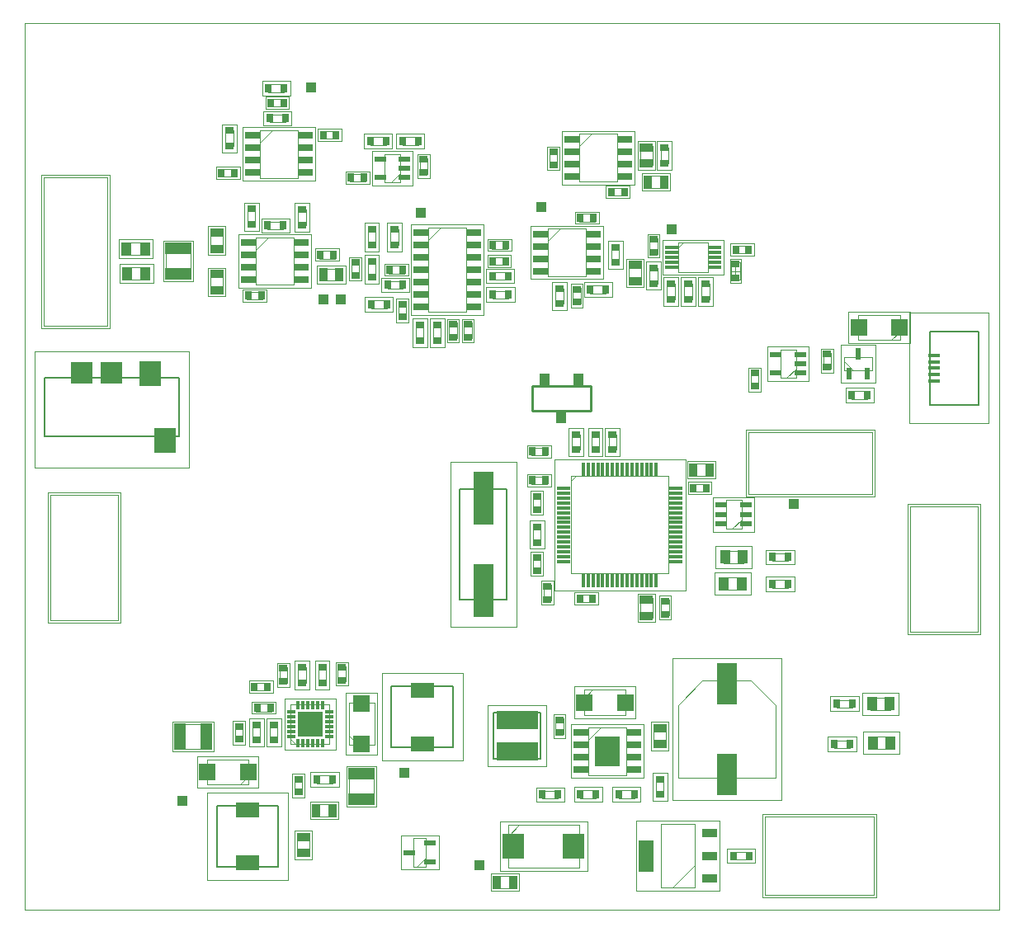
<source format=gtp>
G04*
G04 #@! TF.GenerationSoftware,Altium Limited,Altium Designer,20.0.10 (225)*
G04*
G04 Layer_Color=8421504*
%FSLAX25Y25*%
%MOIN*%
G70*
G01*
G75*
%ADD10C,0.00787*%
%ADD12C,0.01000*%
%ADD13C,0.00394*%
%ADD14C,0.00197*%
%ADD15R,0.04724X0.01575*%
%ADD16R,0.03937X0.03937*%
%ADD17R,0.16535X0.07795*%
%ADD18R,0.04528X0.02362*%
%ADD19R,0.04724X0.02362*%
%ADD20R,0.02362X0.05118*%
%ADD21R,0.05906X0.03543*%
%ADD22R,0.05906X0.12598*%
%ADD23R,0.05512X0.01181*%
%ADD24R,0.06016X0.02559*%
%ADD25R,0.06004X0.02559*%
%ADD26R,0.10236X0.12205*%
%ADD27R,0.07165X0.06575*%
%ADD28R,0.08661X0.09843*%
%ADD29R,0.08661X0.09055*%
%ADD30R,0.04134X0.05512*%
%ADD31R,0.03150X0.03740*%
%ADD32R,0.01181X0.05807*%
%ADD33R,0.05807X0.01181*%
%ADD34R,0.10039X0.10039*%
%ADD35R,0.03347X0.01181*%
%ADD36R,0.01181X0.03347*%
%ADD37R,0.03937X0.05512*%
%ADD38R,0.03543X0.03150*%
%ADD39R,0.07874X0.21654*%
%ADD40R,0.09055X0.09843*%
%ADD41R,0.04803X0.10709*%
%ADD42R,0.10709X0.04724*%
%ADD43R,0.03819X0.05787*%
%ADD44R,0.03150X0.03701*%
%ADD45R,0.08268X0.16929*%
%ADD46R,0.03937X0.05118*%
%ADD47R,0.09449X0.05906*%
%ADD48R,0.05787X0.03819*%
%ADD49R,0.03701X0.03150*%
%ADD50R,0.10709X0.04803*%
%ADD51R,0.06575X0.07165*%
%ADD52R,0.03740X0.03150*%
%ADD53R,0.05118X0.02362*%
%ADD54R,0.03937X0.03937*%
D10*
X365748Y203937D02*
X385433D01*
X365748D02*
Y233465D01*
X385433D01*
Y203937D02*
Y233465D01*
X189370Y79626D02*
X208268D01*
Y60728D02*
Y79626D01*
X189370Y60728D02*
X208268D01*
X189370D02*
Y79626D01*
X8039Y214835D02*
X62370D01*
Y191213D02*
Y214835D01*
X8039Y191213D02*
X62370D01*
X8039D02*
Y214835D01*
X194650Y125055D02*
Y169937D01*
X175752Y125055D02*
X194650D01*
X175752D02*
Y169937D01*
X194650D01*
X172898Y65354D02*
Y90158D01*
X148094Y65354D02*
X172898D01*
X148094D02*
Y90158D01*
X172898D01*
X77598Y17098D02*
Y41902D01*
X102402D01*
Y17098D02*
Y41902D01*
X77598Y17098D02*
X102402D01*
D12*
X228508Y201630D02*
Y211472D01*
X204886D02*
X228508D01*
X204886Y201630D02*
Y211472D01*
Y201630D02*
X228508D01*
D13*
X0Y0D02*
Y358268D01*
X393701D01*
Y0D02*
Y358268D01*
X0Y0D02*
X393701D01*
X0D02*
X393701D01*
X283122Y153890D02*
X289516D01*
X283122D02*
Y165402D01*
X289516D01*
Y153890D02*
Y165402D01*
X285776Y153890D02*
X289516Y157630D01*
X307776Y214764D02*
X311516Y218504D01*
Y214764D02*
Y226181D01*
X305217D02*
X311516D01*
X305217Y214764D02*
Y226181D01*
Y214764D02*
X311516D01*
X330866Y221654D02*
X334606Y217913D01*
X330866D02*
X342362D01*
Y223031D01*
X330866D02*
X342362D01*
X330866Y217913D02*
Y223031D01*
X256890Y8858D02*
X270669D01*
X256890D02*
Y34449D01*
X270669D01*
Y8858D02*
Y34449D01*
X261614Y8858D02*
X270669Y17913D01*
X264094Y269406D02*
X275905D01*
Y257594D02*
Y269406D01*
X264094Y257594D02*
X275905D01*
X264094D02*
Y269406D01*
Y267437D02*
X266063Y269406D01*
X223807Y308461D02*
X228807Y313461D01*
X223807Y294153D02*
Y313461D01*
Y294153D02*
X239146D01*
Y313461D01*
X223807D02*
X239146D01*
X162823Y275528D02*
X178177D01*
Y241472D02*
Y275528D01*
X162823Y241472D02*
X178177D01*
X162823D02*
Y275528D01*
Y270528D02*
X167823Y275528D01*
X227559Y73622D02*
X242913D01*
Y54331D02*
Y73622D01*
X227559Y54331D02*
X242913D01*
X227559D02*
Y73622D01*
Y68622D02*
X232559Y73622D01*
X349913Y230020D02*
X353496Y233602D01*
Y230020D02*
Y240256D01*
X336661D02*
X353496D01*
X336661Y230020D02*
Y240256D01*
Y230020D02*
X353496D01*
X7717Y295744D02*
X33307D01*
Y235862D02*
Y295744D01*
X7717Y235862D02*
X33307D01*
X7717D02*
Y295744D01*
X385039Y112205D02*
Y162874D01*
X357638Y112205D02*
X385039D01*
X357638D02*
Y162874D01*
X385039D01*
X298819Y5906D02*
Y37402D01*
X342913D01*
Y5906D02*
Y37402D01*
X298819Y5906D02*
X342913D01*
X292421Y167913D02*
Y192717D01*
X342224D01*
Y167913D02*
Y192717D01*
X292421Y167913D02*
X342224D01*
X41063Y259461D02*
X48937D01*
Y254539D02*
Y259461D01*
X41063Y254539D02*
X48937D01*
X41063D02*
Y259461D01*
X327953Y81496D02*
Y84646D01*
Y81496D02*
X334252D01*
Y84646D01*
X327953D02*
X334252D01*
X220634Y173087D02*
X222602Y175055D01*
X220634Y135685D02*
Y175055D01*
Y135685D02*
X260004D01*
Y175055D01*
X220634D02*
X260004D01*
X107346Y68898D02*
X109315Y66929D01*
X107346D02*
X123094D01*
Y82677D01*
X107346D02*
X123094D01*
X107346Y66929D02*
Y82677D01*
X347965Y80610D02*
X349606Y82252D01*
Y80610D02*
Y85532D01*
X341732D02*
X349606D01*
X341732Y80610D02*
Y85532D01*
Y80610D02*
X349606D01*
X288976Y254528D02*
Y261417D01*
X285236Y254528D02*
Y261417D01*
X288976D01*
X285236Y254528D02*
X288976D01*
X195130Y34063D02*
X223870D01*
Y16937D02*
Y34063D01*
X195130Y16937D02*
X223870D01*
X195130D02*
Y34063D01*
Y29535D02*
X199657Y34063D01*
X61614Y64961D02*
Y74803D01*
Y64961D02*
X74213D01*
Y74803D01*
X61614D02*
X74213D01*
X57087Y255728D02*
X66929D01*
Y268327D01*
X57087D02*
X66929D01*
X57087Y255728D02*
Y268327D01*
X269291Y175197D02*
X277165D01*
X269291D02*
Y180118D01*
X277165D01*
Y175197D02*
Y180118D01*
X131220Y294094D02*
Y297244D01*
Y294094D02*
X137520D01*
Y297244D01*
X131220D02*
X137520D01*
X263815Y53122D02*
X303185D01*
X263815D02*
Y82650D01*
X273657Y92492D01*
X293342D01*
X303185Y82650D01*
Y53122D02*
Y82650D01*
X94846Y309945D02*
X99847Y314945D01*
X94846Y295638D02*
Y314945D01*
Y295638D02*
X110185D01*
Y314945D01*
X94846D02*
X110185D01*
X93331Y266653D02*
X98331Y271654D01*
X93331Y252346D02*
Y271654D01*
Y252346D02*
X108669D01*
Y271654D01*
X93331D02*
X108669D01*
X145350Y293791D02*
X151650D01*
X145350D02*
Y305209D01*
X151650D01*
Y293791D02*
Y305209D01*
X147909Y293791D02*
X151650Y297532D01*
X211331Y270153D02*
X216331Y275153D01*
X211331Y255847D02*
Y275153D01*
Y255847D02*
X226669D01*
Y275153D01*
X211331D02*
X226669D01*
X98819Y324410D02*
Y327559D01*
Y324410D02*
X105118D01*
Y327559D01*
X98819D02*
X105118D01*
X75039Y266331D02*
Y274205D01*
X79961D01*
Y266331D02*
Y274205D01*
X75039Y266331D02*
X79961D01*
X75039Y249563D02*
Y257437D01*
X79961D01*
Y249563D02*
Y257437D01*
X75039Y249563D02*
X79961D01*
X125197Y262992D02*
Y266142D01*
X118898D02*
X125197D01*
X118898Y262992D02*
Y266142D01*
Y262992D02*
X125197D01*
X96063Y246457D02*
Y249606D01*
X89764D02*
X96063D01*
X89764Y246457D02*
Y249606D01*
Y246457D02*
X96063D01*
X126260Y311417D02*
Y314567D01*
X119961D02*
X126260D01*
X119961Y311417D02*
Y314567D01*
Y311417D02*
X126260D01*
X119831Y254039D02*
X127705D01*
X119831D02*
Y258961D01*
X127705D01*
Y254039D02*
Y258961D01*
X78858Y296063D02*
Y299213D01*
Y296063D02*
X85158D01*
Y299213D01*
X78858D02*
X85158D01*
X131925Y262012D02*
X135075D01*
X131925Y255713D02*
Y262012D01*
Y255713D02*
X135075D01*
Y262012D01*
X159449Y297244D02*
X162598D01*
Y303543D01*
X159449D02*
X162598D01*
X159449Y297244D02*
Y303543D01*
X150925Y238850D02*
X154075D01*
Y245150D01*
X150925D02*
X154075D01*
X150925Y238850D02*
Y245150D01*
X177425Y230713D02*
X180575D01*
Y237012D01*
X177425D02*
X180575D01*
X177425Y230713D02*
Y237012D01*
X171425Y230713D02*
X174575D01*
Y237012D01*
X171425D02*
X174575D01*
X171425Y230713D02*
Y237012D01*
X146850Y256925D02*
Y260075D01*
Y256925D02*
X153150D01*
Y260075D01*
X146850D02*
X153150D01*
X223850Y277925D02*
Y281075D01*
Y277925D02*
X230150D01*
Y281075D01*
X223850D02*
X230150D01*
X194882Y266929D02*
Y270079D01*
X188583D02*
X194882D01*
X188583Y266929D02*
Y270079D01*
Y266929D02*
X194882D01*
X194787Y260425D02*
Y263575D01*
X188488D02*
X194787D01*
X188488Y260425D02*
Y263575D01*
Y260425D02*
X194787D01*
X221425Y251150D02*
X224575D01*
X221425Y244850D02*
Y251150D01*
Y244850D02*
X224575D01*
Y251150D01*
X211925Y300350D02*
X215075D01*
Y306650D01*
X211925D02*
X215075D01*
X211925Y300350D02*
Y306650D01*
X236350Y288425D02*
Y291575D01*
Y288425D02*
X242650D01*
Y291575D01*
X236350D02*
X242650D01*
X253543Y300689D02*
Y308563D01*
X248622Y300689D02*
X253543D01*
X248622D02*
Y308563D01*
X253543D01*
X252425Y271287D02*
X255575D01*
X252425Y264988D02*
Y271287D01*
Y264988D02*
X255575D01*
Y271287D01*
X292913Y265059D02*
Y268209D01*
X286614D02*
X292913D01*
X286614Y265059D02*
Y268209D01*
Y265059D02*
X292913D01*
X251004Y296358D02*
X258878D01*
Y291437D02*
Y296358D01*
X251004Y291437D02*
X258878D01*
X251004D02*
Y296358D01*
X248961Y253295D02*
Y261169D01*
X244039Y253295D02*
X248961D01*
X244039D02*
Y261169D01*
X248961D01*
X205279Y167378D02*
X208429D01*
X205279Y161079D02*
Y167378D01*
Y161079D02*
X208429D01*
Y167378D01*
X205279Y142772D02*
X208429D01*
X205279Y136472D02*
Y142772D01*
Y136472D02*
X208429D01*
Y142772D01*
X248622Y117835D02*
Y125709D01*
X253543D01*
Y117835D02*
Y125709D01*
X248622Y117835D02*
X253543D01*
X117063Y42461D02*
X124937D01*
Y37539D02*
Y42461D01*
X117063Y37539D02*
X124937D01*
X117063D02*
Y42461D01*
X108925Y46850D02*
X112075D01*
Y53150D01*
X108925D02*
X112075D01*
X108925Y46850D02*
Y53150D01*
X114961Y22063D02*
Y29937D01*
X110039Y22063D02*
X114961D01*
X110039D02*
Y29937D01*
X114961D01*
X258961Y66063D02*
Y73937D01*
X254039Y66063D02*
X258961D01*
X254039D02*
Y73937D01*
X258961D01*
X93350Y79925D02*
Y83075D01*
Y79925D02*
X99650D01*
Y83075D01*
X93350D02*
X99650D01*
X126441Y92008D02*
X129591D01*
Y98307D01*
X126441D02*
X129591D01*
X126441Y92008D02*
Y98307D01*
X214425Y70850D02*
X217575D01*
Y77150D01*
X214425D02*
X217575D01*
X214425Y70850D02*
Y77150D01*
X102819Y97953D02*
X105968D01*
X102819Y91654D02*
Y97953D01*
Y91654D02*
X105968D01*
Y97953D01*
X84925Y74512D02*
X88075D01*
X84925Y68213D02*
Y74512D01*
Y68213D02*
X88075D01*
Y74512D01*
X92213Y88425D02*
Y91575D01*
Y88425D02*
X98512D01*
Y91575D01*
X92213D02*
X98512D01*
X131079Y43386D02*
X140921D01*
Y55984D01*
X131079D02*
X140921D01*
X131079Y43386D02*
Y55984D01*
X190063Y13461D02*
X197937D01*
Y8539D02*
Y13461D01*
X190063Y8539D02*
X197937D01*
X190063D02*
Y13461D01*
X322539Y218602D02*
X325689D01*
Y224902D01*
X322539D02*
X325689D01*
X322539Y218602D02*
Y224902D01*
X210827Y171850D02*
Y175000D01*
X204528D02*
X210827D01*
X204528Y171850D02*
Y175000D01*
Y171850D02*
X210827D01*
X256988Y118799D02*
X260138D01*
Y125098D01*
X256988D02*
X260138D01*
X256988Y118799D02*
Y125098D01*
X293209Y210925D02*
X296358D01*
Y217224D01*
X293209D02*
X296358D01*
X293209Y210925D02*
Y217224D01*
X275787Y168701D02*
Y171850D01*
X269488D02*
X275787D01*
X269488Y168701D02*
Y171850D01*
Y168701D02*
X275787D01*
X223642Y124016D02*
Y127165D01*
Y124016D02*
X229941D01*
Y127165D01*
X223642D02*
X229941D01*
X209449Y124803D02*
X212598D01*
Y131102D01*
X209449D02*
X212598D01*
X209449Y124803D02*
Y131102D01*
X204528Y183465D02*
Y186614D01*
Y183465D02*
X210827D01*
Y186614D01*
X204528D02*
X210827D01*
X282051Y134012D02*
X289925D01*
Y129091D02*
Y134012D01*
X282051Y129091D02*
X289925D01*
X282051D02*
Y134012D01*
Y132370D02*
X283693Y134012D01*
X282445Y144839D02*
X290319D01*
Y139917D02*
Y144839D01*
X282445Y139917D02*
X290319D01*
X282445D02*
Y144839D01*
Y143197D02*
X284087Y144839D01*
X86835Y50382D02*
X90417Y53965D01*
Y50382D02*
Y60618D01*
X73583D02*
X90417D01*
X73583Y50382D02*
Y60618D01*
Y50382D02*
X90417D01*
X130882Y70165D02*
X134465Y66583D01*
X130882D02*
X141118D01*
Y83417D01*
X130882D02*
X141118D01*
X130882Y66583D02*
Y83417D01*
X225835Y85197D02*
X229417Y88779D01*
X225835Y78543D02*
Y88779D01*
Y78543D02*
X242669D01*
Y88779D01*
X225835D02*
X242669D01*
X342126Y64862D02*
X350000D01*
X342126D02*
Y69784D01*
X350000D01*
Y64862D02*
Y69784D01*
X348358Y64862D02*
X350000Y66504D01*
X286221Y23228D02*
X292520D01*
Y20079D02*
Y23228D01*
X286221Y20079D02*
X292520D01*
X286221D02*
Y23228D01*
X334055Y209350D02*
X340354D01*
Y206201D02*
Y209350D01*
X334055Y206201D02*
X340354D01*
X334055D02*
Y209350D01*
X252425Y253000D02*
Y259299D01*
X255575D01*
Y253000D02*
Y259299D01*
X252425Y253000D02*
X255575D01*
X158319Y17252D02*
X162059Y20992D01*
Y17252D02*
Y28748D01*
X156941D02*
X162059D01*
X156941Y17252D02*
Y28748D01*
Y17252D02*
X162059D01*
X98425Y333465D02*
X104724D01*
Y330315D02*
Y333465D01*
X98425Y330315D02*
X104724D01*
X98425D02*
Y333465D01*
X98819Y318110D02*
X105118D01*
X98819D02*
Y321260D01*
X105118D01*
Y318110D02*
Y321260D01*
X40803Y269461D02*
X48677D01*
Y264539D02*
Y269461D01*
X40803Y264539D02*
X48677D01*
X40803D02*
Y269461D01*
X84252Y308421D02*
Y314721D01*
X81102Y308421D02*
X84252D01*
X81102D02*
Y314721D01*
X84252D01*
X110425Y276500D02*
Y282799D01*
X113575D01*
Y276500D02*
Y282799D01*
X110425Y276500D02*
X113575D01*
X98032Y274803D02*
X104331D01*
X98032D02*
Y277953D01*
X104331D01*
Y274803D02*
Y277953D01*
X89961Y276732D02*
Y283032D01*
X93110D01*
Y276732D02*
Y283032D01*
X89961Y276732D02*
X93110D01*
X141732Y255512D02*
Y261811D01*
X138583Y255512D02*
X141732D01*
X138583D02*
Y261811D01*
X141732D01*
Y268504D02*
Y274803D01*
X138583Y268504D02*
X141732D01*
X138583D02*
Y274803D01*
X141732D01*
X152500Y308925D02*
X158799D01*
X152500D02*
Y312075D01*
X158799D01*
Y308925D02*
Y312075D01*
X139500Y308925D02*
X145799D01*
X139500D02*
Y312075D01*
X145799D01*
Y308925D02*
Y312075D01*
X147638Y268504D02*
Y274803D01*
X150787D01*
Y268504D02*
Y274803D01*
X147638Y268504D02*
X150787D01*
X146457Y253937D02*
X152756D01*
Y250787D02*
Y253937D01*
X146457Y250787D02*
X152756D01*
X146457D02*
Y253937D01*
X139850Y242925D02*
X146150D01*
X139850D02*
Y246075D01*
X146150D01*
Y242925D02*
Y246075D01*
X161075Y229850D02*
Y236150D01*
X157925Y229850D02*
X161075D01*
X157925D02*
Y236150D01*
X161075D01*
X164925Y229850D02*
Y236150D01*
X168075D01*
Y229850D02*
Y236150D01*
X164925Y229850D02*
X168075D01*
X188976Y250000D02*
X195276D01*
Y246850D02*
Y250000D01*
X188976Y246850D02*
X195276D01*
X188976D02*
Y250000D01*
X188850Y254425D02*
X195150D01*
X188850D02*
Y257575D01*
X195150D01*
Y254425D02*
Y257575D01*
X217575Y244701D02*
Y251000D01*
X214425Y244701D02*
X217575D01*
X214425D02*
Y251000D01*
X217575D01*
X228350Y248925D02*
X234650D01*
X228350D02*
Y252075D01*
X234650D01*
Y248925D02*
Y252075D01*
X259941Y301476D02*
Y307776D01*
X256791Y301476D02*
X259941D01*
X256791D02*
Y307776D01*
X259941D01*
X236925Y261350D02*
Y267650D01*
X240075D01*
Y261350D02*
Y267650D01*
X236925Y261350D02*
X240075D01*
X262575Y246500D02*
Y252799D01*
X259425Y246500D02*
X262575D01*
X259425D02*
Y252799D01*
X262575D01*
X269575Y246500D02*
Y252799D01*
X266425Y246500D02*
X269575D01*
X266425D02*
Y252799D01*
X269575D01*
X276575Y246500D02*
Y252799D01*
X273425Y246500D02*
X276575D01*
X273425D02*
Y252799D01*
X276575D01*
X301933Y129976D02*
X308232D01*
X301933D02*
Y133126D01*
X308232D01*
Y129976D02*
Y133126D01*
X301933Y140803D02*
X308232D01*
X301933D02*
Y143953D01*
X308232D01*
Y140803D02*
Y143953D01*
X205279Y148284D02*
Y154583D01*
X208429D01*
Y148284D02*
Y154583D01*
X205279Y148284D02*
X208429D01*
X228902Y185685D02*
Y191984D01*
X232051D01*
Y185685D02*
Y191984D01*
X228902Y185685D02*
X232051D01*
X235791D02*
Y191984D01*
X238941D01*
Y185685D02*
Y191984D01*
X235791Y185685D02*
X238941D01*
X221028D02*
Y191984D01*
X224177D01*
Y185685D02*
Y191984D01*
X221028Y185685D02*
X224177D01*
X118000Y50925D02*
X124299D01*
X118000D02*
Y54075D01*
X124299D01*
Y50925D02*
Y54075D01*
X254925Y46350D02*
Y52650D01*
X258075D01*
Y46350D02*
Y52650D01*
X254925Y46350D02*
X258075D01*
X239850Y48075D02*
X246150D01*
Y44925D02*
Y48075D01*
X239850Y44925D02*
X246150D01*
X239850D02*
Y48075D01*
X110425Y91500D02*
Y97799D01*
X113575D01*
Y91500D02*
Y97799D01*
X110425Y91500D02*
X113575D01*
X118567Y91535D02*
Y97835D01*
X121716D01*
Y91535D02*
Y97835D01*
X118567Y91535D02*
X121716D01*
X95075Y68350D02*
Y74650D01*
X91925Y68350D02*
X95075D01*
X91925D02*
Y74650D01*
X95075D01*
X98925Y68350D02*
Y74650D01*
X102075D01*
Y68350D02*
Y74650D01*
X98925Y68350D02*
X102075D01*
X209026Y44805D02*
X215325D01*
X209026D02*
Y47955D01*
X215325D01*
Y44805D02*
Y47955D01*
X224350Y44925D02*
X230650D01*
X224350D02*
Y48075D01*
X230650D01*
Y44925D02*
Y48075D01*
X333268Y65158D02*
Y68307D01*
X326969D02*
X333268D01*
X326969Y65158D02*
Y68307D01*
Y65158D02*
X333268D01*
X37598Y116969D02*
Y167638D01*
X10197Y116969D02*
X37598D01*
X10197D02*
Y167638D01*
X37598D01*
X357185Y196362D02*
X389370D01*
X357185D02*
Y241039D01*
X389370D01*
Y196362D02*
Y241039D01*
X187008Y82638D02*
X210630D01*
Y57717D02*
Y82638D01*
X187008Y57717D02*
X210630D01*
X187008D02*
Y82638D01*
X4102Y225465D02*
X66307D01*
Y178614D02*
Y225465D01*
X4102Y178614D02*
X66307D01*
X4102D02*
Y225465D01*
X285236Y257972D02*
X288976D01*
X287106Y256102D02*
Y259842D01*
X289272Y253248D02*
Y262697D01*
X284941Y253248D02*
Y262697D01*
X289272D01*
X284941Y253248D02*
X289272D01*
X198587Y114032D02*
Y180961D01*
X171815Y114032D02*
X198587D01*
X171815D02*
Y180961D01*
X198587D01*
X176835Y60039D02*
Y95472D01*
X144158Y60039D02*
X176835D01*
X144158D02*
Y95472D01*
X176835D01*
X73661Y11784D02*
Y47216D01*
X106339D01*
Y11784D02*
Y47216D01*
X73661Y11784D02*
X106339D01*
D14*
X277953Y152657D02*
X294685D01*
X277953D02*
Y166634D01*
X294685D01*
Y152657D02*
Y166634D01*
X316634Y213484D02*
Y227461D01*
X300098D02*
X316634D01*
X300098Y213484D02*
Y227461D01*
Y213484D02*
X316634D01*
X329646Y212795D02*
X343583D01*
Y228150D01*
X329646D02*
X343583D01*
X329646Y212795D02*
Y228150D01*
X247047Y7480D02*
X280512D01*
X247047D02*
Y35827D01*
X280512D01*
Y7480D02*
Y35827D01*
X257598Y270587D02*
X282402D01*
Y256413D02*
Y270587D01*
X257598Y256413D02*
X282402D01*
X257598D02*
Y270587D01*
X216811Y292980D02*
Y314634D01*
Y292980D02*
X246142D01*
Y314634D01*
X216811D02*
X246142D01*
X155835Y276709D02*
X185165D01*
Y240291D02*
Y276709D01*
X155835Y240291D02*
X185165D01*
X155835D02*
Y276709D01*
X220571Y74803D02*
X249902D01*
Y53150D02*
Y74803D01*
X220571Y53150D02*
X249902D01*
X220571D02*
Y74803D01*
X357520Y228740D02*
Y241535D01*
X332638D02*
X357520D01*
X332638Y228740D02*
Y241535D01*
Y228740D02*
X357520D01*
X6732Y296728D02*
X34291D01*
Y234878D02*
Y296728D01*
X6732Y234878D02*
X34291D01*
X6732D02*
Y296728D01*
X386024Y111221D02*
Y163858D01*
X356653Y111221D02*
X386024D01*
X356653D02*
Y163858D01*
X386024D01*
X297835Y4921D02*
Y38386D01*
X343898D01*
Y4921D02*
Y38386D01*
X297835Y4921D02*
X343898D01*
X291437Y166929D02*
Y193701D01*
X343209D01*
Y166929D02*
Y193701D01*
X291437Y166929D02*
X343209D01*
X38209Y260740D02*
X51791D01*
Y253260D02*
Y260740D01*
X38209Y253260D02*
X51791D01*
X38209D02*
Y260740D01*
X325394Y80118D02*
Y86024D01*
Y80118D02*
X336811D01*
Y86024D01*
X325394D02*
X336811D01*
X213843Y128894D02*
Y181846D01*
Y128894D02*
X266795D01*
Y181846D01*
X213843D02*
X266795D01*
X104886Y64468D02*
X125555D01*
Y85138D01*
X104886D02*
X125555D01*
X104886Y64468D02*
Y85138D01*
X352953Y78543D02*
Y87598D01*
X338386D02*
X352953D01*
X338386Y78543D02*
Y87598D01*
Y78543D02*
X352953D01*
X191783Y35342D02*
X227217D01*
Y15657D02*
Y35342D01*
X191783Y15657D02*
X227217D01*
X191783D02*
Y35342D01*
X59606Y63937D02*
Y75827D01*
Y63937D02*
X76221D01*
Y75827D01*
X59606D02*
X76221D01*
X56063Y253917D02*
X67953D01*
Y270138D01*
X56063D02*
X67953D01*
X56063Y253917D02*
Y270138D01*
X267461Y174153D02*
X278996D01*
X267461D02*
Y181161D01*
X278996D01*
Y174153D02*
Y181161D01*
X129567Y293228D02*
Y298110D01*
Y293228D02*
X139173D01*
Y298110D01*
X129567D02*
X139173D01*
X261453Y101547D02*
X305547D01*
X261453Y44067D02*
Y101547D01*
Y44067D02*
X305547D01*
Y101547D01*
X87850Y294465D02*
Y316118D01*
Y294465D02*
X117181D01*
Y316118D01*
X87850D02*
X117181D01*
X86335Y251173D02*
Y272827D01*
Y251173D02*
X115665D01*
Y272827D01*
X86335D02*
X115665D01*
X140232Y292512D02*
X156768D01*
X140232D02*
Y306488D01*
X156768D01*
Y292512D02*
Y306488D01*
X204335Y254673D02*
Y276327D01*
Y254673D02*
X233665D01*
Y276327D01*
X204335D02*
X233665D01*
X97165Y323543D02*
Y328425D01*
Y323543D02*
X106772D01*
Y328425D01*
X97165D02*
X106772D01*
X73996Y264500D02*
Y276035D01*
X81004D01*
Y264500D02*
Y276035D01*
X73996Y264500D02*
X81004D01*
X73996Y247732D02*
Y259268D01*
X81004D01*
Y247732D02*
Y259268D01*
X73996Y247732D02*
X81004D01*
X126850Y262126D02*
Y267008D01*
X117244D02*
X126850D01*
X117244Y262126D02*
Y267008D01*
Y262126D02*
X126850D01*
X97716Y245591D02*
Y250472D01*
X88110D02*
X97716D01*
X88110Y245591D02*
Y250472D01*
Y245591D02*
X97716D01*
X127913Y310551D02*
Y315433D01*
X118307D02*
X127913D01*
X118307Y310551D02*
Y315433D01*
Y310551D02*
X127913D01*
X118000Y252996D02*
X129535D01*
X118000D02*
Y260004D01*
X129535D01*
Y252996D02*
Y260004D01*
X77205Y295197D02*
Y300079D01*
Y295197D02*
X86811D01*
Y300079D01*
X77205D02*
X86811D01*
X131059Y263665D02*
X135941D01*
X131059Y254059D02*
Y263665D01*
Y254059D02*
X135941D01*
Y263665D01*
X158583Y295590D02*
X163465D01*
Y305197D01*
X158583D02*
X163465D01*
X158583Y295590D02*
Y305197D01*
X150059Y237197D02*
X154941D01*
Y246803D01*
X150059D02*
X154941D01*
X150059Y237197D02*
Y246803D01*
X176559Y229059D02*
X181441D01*
Y238665D01*
X176559D02*
X181441D01*
X176559Y229059D02*
Y238665D01*
X170559Y229059D02*
X175441D01*
Y238665D01*
X170559D02*
X175441D01*
X170559Y229059D02*
Y238665D01*
X145197Y256059D02*
Y260941D01*
Y256059D02*
X154803D01*
Y260941D01*
X145197D02*
X154803D01*
X222197Y277059D02*
Y281941D01*
Y277059D02*
X231803D01*
Y281941D01*
X222197D02*
X231803D01*
X196535Y266063D02*
Y270945D01*
X186929D02*
X196535D01*
X186929Y266063D02*
Y270945D01*
Y266063D02*
X196535D01*
X196441Y259559D02*
Y264441D01*
X186835D02*
X196441D01*
X186835Y259559D02*
Y264441D01*
Y259559D02*
X196441D01*
X220559Y252803D02*
X225441D01*
X220559Y243197D02*
Y252803D01*
Y243197D02*
X225441D01*
Y252803D01*
X211059Y298697D02*
X215941D01*
Y308303D01*
X211059D02*
X215941D01*
X211059Y298697D02*
Y308303D01*
X234697Y287559D02*
Y292441D01*
Y287559D02*
X244303D01*
Y292441D01*
X234697D02*
X244303D01*
X254587Y298858D02*
Y310394D01*
X247579Y298858D02*
X254587D01*
X247579D02*
Y310394D01*
X254587D01*
X251559Y272941D02*
X256441D01*
X251559Y263335D02*
Y272941D01*
Y263335D02*
X256441D01*
Y272941D01*
X294567Y264193D02*
Y269075D01*
X284961D02*
X294567D01*
X284961Y264193D02*
Y269075D01*
Y264193D02*
X294567D01*
X249173Y297402D02*
X260709D01*
Y290394D02*
Y297402D01*
X249173Y290394D02*
X260709D01*
X249173D02*
Y297402D01*
X250004Y251465D02*
Y263000D01*
X242996Y251465D02*
X250004D01*
X242996D02*
Y263000D01*
X250004D01*
X204413Y169032D02*
X209295D01*
X204413Y159425D02*
Y169032D01*
Y159425D02*
X209295D01*
Y169032D01*
X204413Y144425D02*
X209295D01*
X204413Y134819D02*
Y144425D01*
Y134819D02*
X209295D01*
Y144425D01*
X247579Y116004D02*
Y127539D01*
X254587D01*
Y116004D02*
Y127539D01*
X247579Y116004D02*
X254587D01*
X115232Y43504D02*
X126768D01*
Y36496D02*
Y43504D01*
X115232Y36496D02*
X126768D01*
X115232D02*
Y43504D01*
X108059Y45197D02*
X112941D01*
Y54803D01*
X108059D02*
X112941D01*
X108059Y45197D02*
Y54803D01*
X116004Y20232D02*
Y31768D01*
X108996Y20232D02*
X116004D01*
X108996D02*
Y31768D01*
X116004D01*
X260004Y64232D02*
Y75768D01*
X252996Y64232D02*
X260004D01*
X252996D02*
Y75768D01*
X260004D01*
X91697Y79059D02*
Y83941D01*
Y79059D02*
X101303D01*
Y83941D01*
X91697D02*
X101303D01*
X125575Y90354D02*
X130457D01*
Y99961D01*
X125575D02*
X130457D01*
X125575Y90354D02*
Y99961D01*
X213559Y69197D02*
X218441D01*
Y78803D01*
X213559D02*
X218441D01*
X213559Y69197D02*
Y78803D01*
X101953Y99606D02*
X106835D01*
X101953Y90000D02*
Y99606D01*
Y90000D02*
X106835D01*
Y99606D01*
X84059Y76165D02*
X88941D01*
X84059Y66559D02*
Y76165D01*
Y66559D02*
X88941D01*
Y76165D01*
X90559Y87559D02*
Y92441D01*
Y87559D02*
X100165D01*
Y92441D01*
X90559D02*
X100165D01*
X130055Y41378D02*
X141945D01*
Y57992D01*
X130055D02*
X141945D01*
X130055Y41378D02*
Y57992D01*
X188232Y14504D02*
X199768D01*
Y7496D02*
Y14504D01*
X188232Y7496D02*
X199768D01*
X188232D02*
Y14504D01*
X321673Y216949D02*
X326555D01*
Y226555D01*
X321673D02*
X326555D01*
X321673Y216949D02*
Y226555D01*
X212480Y170984D02*
Y175866D01*
X202874D02*
X212480D01*
X202874Y170984D02*
Y175866D01*
Y170984D02*
X212480D01*
X256122Y117146D02*
X261004D01*
Y126752D01*
X256122D02*
X261004D01*
X256122Y117146D02*
Y126752D01*
X292342Y209272D02*
X297224D01*
Y218878D01*
X292342D02*
X297224D01*
X292342Y209272D02*
Y218878D01*
X277441Y167835D02*
Y172716D01*
X267835D02*
X277441D01*
X267835Y167835D02*
Y172716D01*
Y167835D02*
X277441D01*
X221988Y123150D02*
Y128032D01*
Y123150D02*
X231594D01*
Y128032D01*
X221988D02*
X231594D01*
X208583Y123150D02*
X213465D01*
Y132756D01*
X208583D02*
X213465D01*
X208583Y123150D02*
Y132756D01*
X202874Y182598D02*
Y187480D01*
Y182598D02*
X212480D01*
Y187480D01*
X202874D02*
X212480D01*
X278705Y136079D02*
X293272D01*
Y127024D02*
Y136079D01*
X278705Y127024D02*
X293272D01*
X278705D02*
Y136079D01*
X279098Y146906D02*
X293665D01*
Y137850D02*
Y146906D01*
X279098Y137850D02*
X293665D01*
X279098D02*
Y146906D01*
X94441Y49102D02*
Y61898D01*
X69559D02*
X94441D01*
X69559Y49102D02*
Y61898D01*
Y49102D02*
X94441D01*
X129602Y62559D02*
X142398D01*
Y87441D01*
X129602D02*
X142398D01*
X129602Y62559D02*
Y87441D01*
X221811Y77264D02*
Y90059D01*
Y77264D02*
X246693D01*
Y90059D01*
X221811D02*
X246693D01*
X338779Y62795D02*
X353346D01*
X338779D02*
Y71850D01*
X353346D01*
Y62795D02*
Y71850D01*
X283661Y24606D02*
X295079D01*
Y18701D02*
Y24606D01*
X283661Y18701D02*
X295079D01*
X283661D02*
Y24606D01*
X331496Y210728D02*
X342913D01*
Y204823D02*
Y210728D01*
X331496Y204823D02*
X342913D01*
X331496D02*
Y210728D01*
X251047Y250441D02*
Y261858D01*
X256953D01*
Y250441D02*
Y261858D01*
X251047Y250441D02*
X256953D01*
X167177Y16032D02*
Y29969D01*
X151823D02*
X167177D01*
X151823Y16032D02*
Y29969D01*
Y16032D02*
X167177D01*
X95866Y334842D02*
X107283D01*
Y328937D02*
Y334842D01*
X95866Y328937D02*
X107283D01*
X95866D02*
Y334842D01*
X96260Y316732D02*
X107677D01*
X96260D02*
Y322638D01*
X107677D01*
Y316732D02*
Y322638D01*
X37949Y270740D02*
X51531D01*
Y263260D02*
Y270740D01*
X37949Y263260D02*
X51531D01*
X37949D02*
Y270740D01*
X85630Y305862D02*
Y317280D01*
X79724Y305862D02*
X85630D01*
X79724D02*
Y317280D01*
X85630D01*
X109047Y273941D02*
Y285358D01*
X114953D01*
Y273941D02*
Y285358D01*
X109047Y273941D02*
X114953D01*
X95472Y273425D02*
X106890D01*
X95472D02*
Y279331D01*
X106890D01*
Y273425D02*
Y279331D01*
X88583Y274173D02*
Y285591D01*
X94488D01*
Y274173D02*
Y285591D01*
X88583Y274173D02*
X94488D01*
X143110Y252953D02*
Y264370D01*
X137205Y252953D02*
X143110D01*
X137205D02*
Y264370D01*
X143110D01*
Y265945D02*
Y277362D01*
X137205Y265945D02*
X143110D01*
X137205D02*
Y277362D01*
X143110D01*
X149941Y307547D02*
X161358D01*
X149941D02*
Y313453D01*
X161358D01*
Y307547D02*
Y313453D01*
X136941Y307547D02*
X148358D01*
X136941D02*
Y313453D01*
X148358D01*
Y307547D02*
Y313453D01*
X146260Y265945D02*
Y277362D01*
X152165D01*
Y265945D02*
Y277362D01*
X146260Y265945D02*
X152165D01*
X143898Y255315D02*
X155315D01*
Y249409D02*
Y255315D01*
X143898Y249409D02*
X155315D01*
X143898D02*
Y255315D01*
X137291Y241547D02*
X148709D01*
X137291D02*
Y247453D01*
X148709D01*
Y241547D02*
Y247453D01*
X162453Y227291D02*
Y238709D01*
X156547Y227291D02*
X162453D01*
X156547D02*
Y238709D01*
X162453D01*
X163547Y227291D02*
Y238709D01*
X169453D01*
Y227291D02*
Y238709D01*
X163547Y227291D02*
X169453D01*
X186417Y251378D02*
X197835D01*
Y245472D02*
Y251378D01*
X186417Y245472D02*
X197835D01*
X186417D02*
Y251378D01*
X186291Y253047D02*
X197709D01*
X186291D02*
Y258953D01*
X197709D01*
Y253047D02*
Y258953D01*
X218953Y242142D02*
Y253559D01*
X213047Y242142D02*
X218953D01*
X213047D02*
Y253559D01*
X218953D01*
X225791Y247547D02*
X237209D01*
X225791D02*
Y253453D01*
X237209D01*
Y247547D02*
Y253453D01*
X261319Y298917D02*
Y310335D01*
X255413Y298917D02*
X261319D01*
X255413D02*
Y310335D01*
X261319D01*
X235547Y258791D02*
Y270209D01*
X241453D01*
Y258791D02*
Y270209D01*
X235547Y258791D02*
X241453D01*
X263953Y243941D02*
Y255358D01*
X258047Y243941D02*
X263953D01*
X258047D02*
Y255358D01*
X263953D01*
X270953Y243941D02*
Y255358D01*
X265047Y243941D02*
X270953D01*
X265047D02*
Y255358D01*
X270953D01*
X277953Y243941D02*
Y255358D01*
X272047Y243941D02*
X277953D01*
X272047D02*
Y255358D01*
X277953D01*
X299374Y128598D02*
X310791D01*
X299374D02*
Y134504D01*
X310791D01*
Y128598D02*
Y134504D01*
X299374Y139425D02*
X310791D01*
X299374D02*
Y145331D01*
X310791D01*
Y139425D02*
Y145331D01*
X203902Y145724D02*
Y157142D01*
X209807D01*
Y145724D02*
Y157142D01*
X203902Y145724D02*
X209807D01*
X227524Y183126D02*
Y194543D01*
X233429D01*
Y183126D02*
Y194543D01*
X227524Y183126D02*
X233429D01*
X234413D02*
Y194543D01*
X240319D01*
Y183126D02*
Y194543D01*
X234413Y183126D02*
X240319D01*
X219650D02*
Y194543D01*
X225555D01*
Y183126D02*
Y194543D01*
X219650Y183126D02*
X225555D01*
X115441Y49547D02*
X126858D01*
X115441D02*
Y55453D01*
X126858D01*
Y49547D02*
Y55453D01*
X253547Y43791D02*
Y55209D01*
X259453D01*
Y43791D02*
Y55209D01*
X253547Y43791D02*
X259453D01*
X237291Y49453D02*
X248709D01*
Y43547D02*
Y49453D01*
X237291Y43547D02*
X248709D01*
X237291D02*
Y49453D01*
X109047Y88941D02*
Y100358D01*
X114953D01*
Y88941D02*
Y100358D01*
X109047Y88941D02*
X114953D01*
X117189Y88976D02*
Y100394D01*
X123094D01*
Y88976D02*
Y100394D01*
X117189Y88976D02*
X123094D01*
X96453Y65791D02*
Y77209D01*
X90547Y65791D02*
X96453D01*
X90547D02*
Y77209D01*
X96453D01*
X97547Y65791D02*
Y77209D01*
X103453D01*
Y65791D02*
Y77209D01*
X97547Y65791D02*
X103453D01*
X206467Y43427D02*
X217884D01*
X206467D02*
Y49333D01*
X217884D01*
Y43427D02*
Y49333D01*
X221791Y43547D02*
X233209D01*
X221791D02*
Y49453D01*
X233209D01*
Y43547D02*
Y49453D01*
X335827Y63779D02*
Y69685D01*
X324410D02*
X335827D01*
X324410Y63779D02*
Y69685D01*
Y63779D02*
X335827D01*
X38583Y115984D02*
Y168622D01*
X9213Y115984D02*
X38583D01*
X9213D02*
Y168622D01*
X38583D01*
D15*
X367323Y213583D02*
D03*
Y216142D02*
D03*
Y218701D02*
D03*
Y221260D02*
D03*
Y223819D02*
D03*
D16*
X310630Y163779D02*
D03*
X115748Y332283D02*
D03*
X261319Y274705D02*
D03*
X153150Y55118D02*
D03*
X63500Y44000D02*
D03*
X183500Y18000D02*
D03*
D17*
X198819Y76378D02*
D03*
Y63976D02*
D03*
D18*
X291437Y155905D02*
D03*
Y159646D02*
D03*
Y163386D02*
D03*
X281201D02*
D03*
Y159646D02*
D03*
Y155905D02*
D03*
D19*
X303445Y216732D02*
D03*
Y224213D02*
D03*
X313287D02*
D03*
Y220472D02*
D03*
Y216732D02*
D03*
X153421Y295760D02*
D03*
Y299500D02*
D03*
Y303240D02*
D03*
X143579D02*
D03*
Y295760D02*
D03*
D20*
X336614Y224606D02*
D03*
X340354Y216339D02*
D03*
X332874D02*
D03*
D21*
X276575Y12598D02*
D03*
Y21654D02*
D03*
Y30709D02*
D03*
D22*
X250984Y21654D02*
D03*
D23*
X261339Y267437D02*
D03*
Y265469D02*
D03*
Y263500D02*
D03*
Y261531D02*
D03*
Y259563D02*
D03*
X278661D02*
D03*
Y261531D02*
D03*
Y263500D02*
D03*
Y265469D02*
D03*
Y267437D02*
D03*
D24*
X242150Y311307D02*
D03*
Y306307D02*
D03*
Y301307D02*
D03*
Y296307D02*
D03*
X220803D02*
D03*
Y301307D02*
D03*
Y306307D02*
D03*
Y311307D02*
D03*
X113189Y312791D02*
D03*
Y307791D02*
D03*
Y302791D02*
D03*
Y297791D02*
D03*
X91843D02*
D03*
Y302791D02*
D03*
Y307791D02*
D03*
Y312791D02*
D03*
X111673Y269500D02*
D03*
Y264500D02*
D03*
Y259500D02*
D03*
Y254500D02*
D03*
X90327D02*
D03*
Y259500D02*
D03*
Y264500D02*
D03*
Y269500D02*
D03*
X229673Y273000D02*
D03*
Y268000D02*
D03*
Y263000D02*
D03*
Y258000D02*
D03*
X208327D02*
D03*
Y263000D02*
D03*
Y268000D02*
D03*
Y273000D02*
D03*
D25*
X159823Y273500D02*
D03*
Y268500D02*
D03*
Y263500D02*
D03*
Y258500D02*
D03*
Y253500D02*
D03*
Y248500D02*
D03*
Y243500D02*
D03*
X181177D02*
D03*
Y248500D02*
D03*
Y253500D02*
D03*
Y258500D02*
D03*
Y263500D02*
D03*
Y268500D02*
D03*
Y273500D02*
D03*
X224559Y71476D02*
D03*
Y66476D02*
D03*
Y61476D02*
D03*
Y56476D02*
D03*
X245913D02*
D03*
Y61476D02*
D03*
Y66476D02*
D03*
Y71476D02*
D03*
D26*
X235236Y63976D02*
D03*
D27*
X336811Y235138D02*
D03*
X353346D02*
D03*
X73732Y55500D02*
D03*
X90268D02*
D03*
X242520Y83661D02*
D03*
X225984D02*
D03*
D28*
X56465Y189441D02*
D03*
X50559Y216606D02*
D03*
D29*
X34811Y217000D02*
D03*
X23000D02*
D03*
D30*
X41260Y257000D02*
D03*
X48740D02*
D03*
X41000Y267000D02*
D03*
X48480D02*
D03*
D31*
X334252Y83071D02*
D03*
X327953D02*
D03*
X286221Y21654D02*
D03*
X292520D02*
D03*
X334055Y207776D02*
D03*
X340354D02*
D03*
X98425Y331890D02*
D03*
X104724D02*
D03*
X105118Y319685D02*
D03*
X98819D02*
D03*
X104331Y276378D02*
D03*
X98032D02*
D03*
X158799Y310500D02*
D03*
X152500D02*
D03*
X145799D02*
D03*
X139500D02*
D03*
X146457Y252362D02*
D03*
X152756D02*
D03*
X146150Y244500D02*
D03*
X139850D02*
D03*
X188976Y248425D02*
D03*
X195276D02*
D03*
X195150Y256000D02*
D03*
X188850D02*
D03*
X234650Y250500D02*
D03*
X228350D02*
D03*
X308232Y131551D02*
D03*
X301933D02*
D03*
X308232Y142378D02*
D03*
X301933D02*
D03*
X124299Y52500D02*
D03*
X118000D02*
D03*
X239850Y46500D02*
D03*
X246150D02*
D03*
X215325Y46380D02*
D03*
X209026D02*
D03*
X230650Y46500D02*
D03*
X224350D02*
D03*
X326969Y66732D02*
D03*
X333268D02*
D03*
D32*
X225555Y177961D02*
D03*
X227524D02*
D03*
X229492D02*
D03*
X231461D02*
D03*
X233429D02*
D03*
X235398D02*
D03*
X237366D02*
D03*
X239335D02*
D03*
X241303D02*
D03*
X243272D02*
D03*
X245240D02*
D03*
X247209D02*
D03*
X249177D02*
D03*
X251146D02*
D03*
X253114D02*
D03*
X255083D02*
D03*
Y132780D02*
D03*
X253114D02*
D03*
X251146D02*
D03*
X249177D02*
D03*
X247209D02*
D03*
X245240D02*
D03*
X243272D02*
D03*
X241303D02*
D03*
X239335D02*
D03*
X237366D02*
D03*
X235398D02*
D03*
X233429D02*
D03*
X231461D02*
D03*
X229492D02*
D03*
X227524D02*
D03*
X225555D02*
D03*
D33*
X262910Y170134D02*
D03*
Y168165D02*
D03*
Y166197D02*
D03*
Y164228D02*
D03*
Y162260D02*
D03*
Y160291D02*
D03*
Y158323D02*
D03*
Y156354D02*
D03*
Y154386D02*
D03*
Y152417D02*
D03*
Y150449D02*
D03*
Y148480D02*
D03*
Y146512D02*
D03*
Y144543D02*
D03*
Y142575D02*
D03*
Y140606D02*
D03*
X217728D02*
D03*
Y142575D02*
D03*
Y144543D02*
D03*
Y146512D02*
D03*
Y148480D02*
D03*
Y150449D02*
D03*
Y152417D02*
D03*
Y154386D02*
D03*
Y156354D02*
D03*
Y158323D02*
D03*
Y160291D02*
D03*
Y162260D02*
D03*
Y164228D02*
D03*
Y166197D02*
D03*
Y168165D02*
D03*
Y170134D02*
D03*
D34*
X115220Y74803D02*
D03*
D35*
X107543Y69882D02*
D03*
Y71850D02*
D03*
Y73819D02*
D03*
Y75787D02*
D03*
Y77756D02*
D03*
Y79724D02*
D03*
X122898D02*
D03*
Y77756D02*
D03*
Y75787D02*
D03*
Y73819D02*
D03*
Y71850D02*
D03*
Y69882D02*
D03*
D36*
X110299Y82480D02*
D03*
X112268D02*
D03*
X114236D02*
D03*
X116205D02*
D03*
X118173D02*
D03*
X120142D02*
D03*
Y67126D02*
D03*
X118173D02*
D03*
X116205D02*
D03*
X114236D02*
D03*
X112268D02*
D03*
X110299D02*
D03*
D37*
X342126Y83071D02*
D03*
X349213D02*
D03*
X282445Y131551D02*
D03*
X289531D02*
D03*
X282839Y142378D02*
D03*
X289925D02*
D03*
X349606Y67323D02*
D03*
X342520D02*
D03*
D38*
X287106Y260728D02*
D03*
Y255217D02*
D03*
D39*
X185201Y166197D02*
D03*
Y128795D02*
D03*
D40*
X197295Y25500D02*
D03*
X221705D02*
D03*
D41*
X73228Y69882D02*
D03*
X62598D02*
D03*
D42*
X62008Y267185D02*
D03*
Y256870D02*
D03*
D43*
X276496Y177657D02*
D03*
X269961D02*
D03*
X127035Y256500D02*
D03*
X120500D02*
D03*
X251673Y293898D02*
D03*
X258209D02*
D03*
X117732Y40000D02*
D03*
X124268D02*
D03*
X190732Y11000D02*
D03*
X197268D02*
D03*
D44*
X137008Y295669D02*
D03*
X131732D02*
D03*
X104606Y325984D02*
D03*
X99331D02*
D03*
X119409Y264567D02*
D03*
X124685D02*
D03*
X90276Y248031D02*
D03*
X95551D02*
D03*
X120472Y312992D02*
D03*
X125748D02*
D03*
X84646Y297638D02*
D03*
X79370D02*
D03*
X152638Y258500D02*
D03*
X147362D02*
D03*
X229638Y279500D02*
D03*
X224362D02*
D03*
X189094Y268504D02*
D03*
X194370D02*
D03*
X189000Y262000D02*
D03*
X194276D02*
D03*
X242138Y290000D02*
D03*
X236862D02*
D03*
X287126Y266634D02*
D03*
X292402D02*
D03*
X99138Y81500D02*
D03*
X93862D02*
D03*
X98000Y90000D02*
D03*
X92724D02*
D03*
X205039Y173425D02*
D03*
X210315D02*
D03*
X270000Y170276D02*
D03*
X275276D02*
D03*
X229429Y125591D02*
D03*
X224153D02*
D03*
X210315Y185039D02*
D03*
X205039D02*
D03*
D45*
X283500Y54500D02*
D03*
Y91114D02*
D03*
D46*
X209807Y214228D02*
D03*
X216697Y198874D02*
D03*
X223587Y214228D02*
D03*
D47*
X160496Y88583D02*
D03*
Y66929D02*
D03*
X90000Y18673D02*
D03*
Y40327D02*
D03*
D48*
X77500Y267000D02*
D03*
Y273535D02*
D03*
Y250232D02*
D03*
Y256768D02*
D03*
X251083Y307894D02*
D03*
Y301358D02*
D03*
X246500Y260500D02*
D03*
Y253965D02*
D03*
X251083Y118504D02*
D03*
Y125039D02*
D03*
X112500Y29268D02*
D03*
Y22732D02*
D03*
X256500Y73268D02*
D03*
Y66732D02*
D03*
D49*
X133500Y256224D02*
D03*
Y261500D02*
D03*
X161024Y303031D02*
D03*
Y297756D02*
D03*
X152500Y244638D02*
D03*
Y239362D02*
D03*
X179000Y236500D02*
D03*
Y231224D02*
D03*
X173000Y236500D02*
D03*
Y231224D02*
D03*
X223000Y245362D02*
D03*
Y250638D02*
D03*
X213500Y306138D02*
D03*
Y300862D02*
D03*
X254000Y265500D02*
D03*
Y270776D02*
D03*
X206854Y161591D02*
D03*
Y166866D02*
D03*
Y136984D02*
D03*
Y142260D02*
D03*
X110500Y52638D02*
D03*
Y47362D02*
D03*
X128016Y97795D02*
D03*
Y92520D02*
D03*
X216000Y76638D02*
D03*
Y71362D02*
D03*
X104394Y92165D02*
D03*
Y97441D02*
D03*
X86500Y68724D02*
D03*
Y74000D02*
D03*
X324114Y224390D02*
D03*
Y219114D02*
D03*
X258563Y124587D02*
D03*
Y119311D02*
D03*
X294783Y216713D02*
D03*
Y211437D02*
D03*
X211024Y130591D02*
D03*
Y125315D02*
D03*
D50*
X136000Y55000D02*
D03*
Y44370D02*
D03*
D51*
Y83268D02*
D03*
Y66732D02*
D03*
D52*
X254000Y253000D02*
D03*
Y259299D02*
D03*
X82677Y314721D02*
D03*
Y308421D02*
D03*
X112000Y276500D02*
D03*
Y282799D02*
D03*
X91535Y276732D02*
D03*
Y283032D02*
D03*
X140157Y261811D02*
D03*
Y255512D02*
D03*
Y274803D02*
D03*
Y268504D02*
D03*
X149213D02*
D03*
Y274803D02*
D03*
X159500Y236150D02*
D03*
Y229850D02*
D03*
X166500D02*
D03*
Y236150D02*
D03*
X216000Y251000D02*
D03*
Y244701D02*
D03*
X258366Y307776D02*
D03*
Y301476D02*
D03*
X238500Y261350D02*
D03*
Y267650D02*
D03*
X261000Y252799D02*
D03*
Y246500D02*
D03*
X268000Y252799D02*
D03*
Y246500D02*
D03*
X275000Y252799D02*
D03*
Y246500D02*
D03*
X206854Y148284D02*
D03*
Y154583D02*
D03*
X230476Y185685D02*
D03*
Y191984D02*
D03*
X237366Y185685D02*
D03*
Y191984D02*
D03*
X222602Y185685D02*
D03*
Y191984D02*
D03*
X256500Y46350D02*
D03*
Y52650D02*
D03*
X112000Y91500D02*
D03*
Y97799D02*
D03*
X120142Y91535D02*
D03*
Y97835D02*
D03*
X93500Y74650D02*
D03*
Y68350D02*
D03*
X100500D02*
D03*
Y74650D02*
D03*
D53*
X155366Y23000D02*
D03*
X163634Y26740D02*
D03*
Y19260D02*
D03*
D54*
X120472Y246457D02*
D03*
X127559D02*
D03*
X159843Y281496D02*
D03*
X208661Y283858D02*
D03*
M02*

</source>
